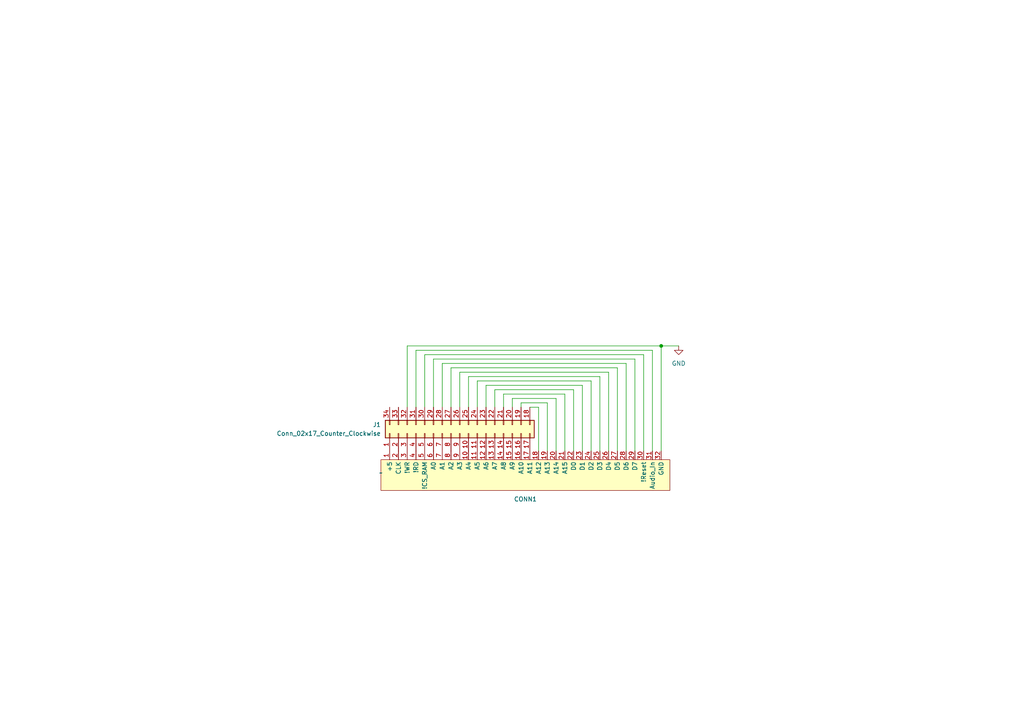
<source format=kicad_sch>
(kicad_sch (version 20230121) (generator eeschema)

  (uuid 314faa5e-e995-401d-bd0e-a3b7a005b770)

  (paper "A4")

  (lib_symbols
    (symbol "Connector_Generic:Conn_02x17_Counter_Clockwise" (pin_names (offset 1.016) hide) (in_bom yes) (on_board yes)
      (property "Reference" "J" (at 1.27 22.86 0)
        (effects (font (size 1.27 1.27)))
      )
      (property "Value" "Conn_02x17_Counter_Clockwise" (at 1.27 -22.86 0)
        (effects (font (size 1.27 1.27)))
      )
      (property "Footprint" "" (at 0 0 0)
        (effects (font (size 1.27 1.27)) hide)
      )
      (property "Datasheet" "~" (at 0 0 0)
        (effects (font (size 1.27 1.27)) hide)
      )
      (property "ki_keywords" "connector" (at 0 0 0)
        (effects (font (size 1.27 1.27)) hide)
      )
      (property "ki_description" "Generic connector, double row, 02x17, counter clockwise pin numbering scheme (similar to DIP package numbering), script generated (kicad-library-utils/schlib/autogen/connector/)" (at 0 0 0)
        (effects (font (size 1.27 1.27)) hide)
      )
      (property "ki_fp_filters" "Connector*:*_2x??_*" (at 0 0 0)
        (effects (font (size 1.27 1.27)) hide)
      )
      (symbol "Conn_02x17_Counter_Clockwise_1_1"
        (rectangle (start -1.27 -20.193) (end 0 -20.447)
          (stroke (width 0.1524) (type default))
          (fill (type none))
        )
        (rectangle (start -1.27 -17.653) (end 0 -17.907)
          (stroke (width 0.1524) (type default))
          (fill (type none))
        )
        (rectangle (start -1.27 -15.113) (end 0 -15.367)
          (stroke (width 0.1524) (type default))
          (fill (type none))
        )
        (rectangle (start -1.27 -12.573) (end 0 -12.827)
          (stroke (width 0.1524) (type default))
          (fill (type none))
        )
        (rectangle (start -1.27 -10.033) (end 0 -10.287)
          (stroke (width 0.1524) (type default))
          (fill (type none))
        )
        (rectangle (start -1.27 -7.493) (end 0 -7.747)
          (stroke (width 0.1524) (type default))
          (fill (type none))
        )
        (rectangle (start -1.27 -4.953) (end 0 -5.207)
          (stroke (width 0.1524) (type default))
          (fill (type none))
        )
        (rectangle (start -1.27 -2.413) (end 0 -2.667)
          (stroke (width 0.1524) (type default))
          (fill (type none))
        )
        (rectangle (start -1.27 0.127) (end 0 -0.127)
          (stroke (width 0.1524) (type default))
          (fill (type none))
        )
        (rectangle (start -1.27 2.667) (end 0 2.413)
          (stroke (width 0.1524) (type default))
          (fill (type none))
        )
        (rectangle (start -1.27 5.207) (end 0 4.953)
          (stroke (width 0.1524) (type default))
          (fill (type none))
        )
        (rectangle (start -1.27 7.747) (end 0 7.493)
          (stroke (width 0.1524) (type default))
          (fill (type none))
        )
        (rectangle (start -1.27 10.287) (end 0 10.033)
          (stroke (width 0.1524) (type default))
          (fill (type none))
        )
        (rectangle (start -1.27 12.827) (end 0 12.573)
          (stroke (width 0.1524) (type default))
          (fill (type none))
        )
        (rectangle (start -1.27 15.367) (end 0 15.113)
          (stroke (width 0.1524) (type default))
          (fill (type none))
        )
        (rectangle (start -1.27 17.907) (end 0 17.653)
          (stroke (width 0.1524) (type default))
          (fill (type none))
        )
        (rectangle (start -1.27 20.447) (end 0 20.193)
          (stroke (width 0.1524) (type default))
          (fill (type none))
        )
        (rectangle (start -1.27 21.59) (end 3.81 -21.59)
          (stroke (width 0.254) (type default))
          (fill (type background))
        )
        (rectangle (start 3.81 -20.193) (end 2.54 -20.447)
          (stroke (width 0.1524) (type default))
          (fill (type none))
        )
        (rectangle (start 3.81 -17.653) (end 2.54 -17.907)
          (stroke (width 0.1524) (type default))
          (fill (type none))
        )
        (rectangle (start 3.81 -15.113) (end 2.54 -15.367)
          (stroke (width 0.1524) (type default))
          (fill (type none))
        )
        (rectangle (start 3.81 -12.573) (end 2.54 -12.827)
          (stroke (width 0.1524) (type default))
          (fill (type none))
        )
        (rectangle (start 3.81 -10.033) (end 2.54 -10.287)
          (stroke (width 0.1524) (type default))
          (fill (type none))
        )
        (rectangle (start 3.81 -7.493) (end 2.54 -7.747)
          (stroke (width 0.1524) (type default))
          (fill (type none))
        )
        (rectangle (start 3.81 -4.953) (end 2.54 -5.207)
          (stroke (width 0.1524) (type default))
          (fill (type none))
        )
        (rectangle (start 3.81 -2.413) (end 2.54 -2.667)
          (stroke (width 0.1524) (type default))
          (fill (type none))
        )
        (rectangle (start 3.81 0.127) (end 2.54 -0.127)
          (stroke (width 0.1524) (type default))
          (fill (type none))
        )
        (rectangle (start 3.81 2.667) (end 2.54 2.413)
          (stroke (width 0.1524) (type default))
          (fill (type none))
        )
        (rectangle (start 3.81 5.207) (end 2.54 4.953)
          (stroke (width 0.1524) (type default))
          (fill (type none))
        )
        (rectangle (start 3.81 7.747) (end 2.54 7.493)
          (stroke (width 0.1524) (type default))
          (fill (type none))
        )
        (rectangle (start 3.81 10.287) (end 2.54 10.033)
          (stroke (width 0.1524) (type default))
          (fill (type none))
        )
        (rectangle (start 3.81 12.827) (end 2.54 12.573)
          (stroke (width 0.1524) (type default))
          (fill (type none))
        )
        (rectangle (start 3.81 15.367) (end 2.54 15.113)
          (stroke (width 0.1524) (type default))
          (fill (type none))
        )
        (rectangle (start 3.81 17.907) (end 2.54 17.653)
          (stroke (width 0.1524) (type default))
          (fill (type none))
        )
        (rectangle (start 3.81 20.447) (end 2.54 20.193)
          (stroke (width 0.1524) (type default))
          (fill (type none))
        )
        (pin passive line (at -5.08 20.32 0) (length 3.81)
          (name "Pin_1" (effects (font (size 1.27 1.27))))
          (number "1" (effects (font (size 1.27 1.27))))
        )
        (pin passive line (at -5.08 -2.54 0) (length 3.81)
          (name "Pin_10" (effects (font (size 1.27 1.27))))
          (number "10" (effects (font (size 1.27 1.27))))
        )
        (pin passive line (at -5.08 -5.08 0) (length 3.81)
          (name "Pin_11" (effects (font (size 1.27 1.27))))
          (number "11" (effects (font (size 1.27 1.27))))
        )
        (pin passive line (at -5.08 -7.62 0) (length 3.81)
          (name "Pin_12" (effects (font (size 1.27 1.27))))
          (number "12" (effects (font (size 1.27 1.27))))
        )
        (pin passive line (at -5.08 -10.16 0) (length 3.81)
          (name "Pin_13" (effects (font (size 1.27 1.27))))
          (number "13" (effects (font (size 1.27 1.27))))
        )
        (pin passive line (at -5.08 -12.7 0) (length 3.81)
          (name "Pin_14" (effects (font (size 1.27 1.27))))
          (number "14" (effects (font (size 1.27 1.27))))
        )
        (pin passive line (at -5.08 -15.24 0) (length 3.81)
          (name "Pin_15" (effects (font (size 1.27 1.27))))
          (number "15" (effects (font (size 1.27 1.27))))
        )
        (pin passive line (at -5.08 -17.78 0) (length 3.81)
          (name "Pin_16" (effects (font (size 1.27 1.27))))
          (number "16" (effects (font (size 1.27 1.27))))
        )
        (pin passive line (at -5.08 -20.32 0) (length 3.81)
          (name "Pin_17" (effects (font (size 1.27 1.27))))
          (number "17" (effects (font (size 1.27 1.27))))
        )
        (pin passive line (at 7.62 -20.32 180) (length 3.81)
          (name "Pin_18" (effects (font (size 1.27 1.27))))
          (number "18" (effects (font (size 1.27 1.27))))
        )
        (pin passive line (at 7.62 -17.78 180) (length 3.81)
          (name "Pin_19" (effects (font (size 1.27 1.27))))
          (number "19" (effects (font (size 1.27 1.27))))
        )
        (pin passive line (at -5.08 17.78 0) (length 3.81)
          (name "Pin_2" (effects (font (size 1.27 1.27))))
          (number "2" (effects (font (size 1.27 1.27))))
        )
        (pin passive line (at 7.62 -15.24 180) (length 3.81)
          (name "Pin_20" (effects (font (size 1.27 1.27))))
          (number "20" (effects (font (size 1.27 1.27))))
        )
        (pin passive line (at 7.62 -12.7 180) (length 3.81)
          (name "Pin_21" (effects (font (size 1.27 1.27))))
          (number "21" (effects (font (size 1.27 1.27))))
        )
        (pin passive line (at 7.62 -10.16 180) (length 3.81)
          (name "Pin_22" (effects (font (size 1.27 1.27))))
          (number "22" (effects (font (size 1.27 1.27))))
        )
        (pin passive line (at 7.62 -7.62 180) (length 3.81)
          (name "Pin_23" (effects (font (size 1.27 1.27))))
          (number "23" (effects (font (size 1.27 1.27))))
        )
        (pin passive line (at 7.62 -5.08 180) (length 3.81)
          (name "Pin_24" (effects (font (size 1.27 1.27))))
          (number "24" (effects (font (size 1.27 1.27))))
        )
        (pin passive line (at 7.62 -2.54 180) (length 3.81)
          (name "Pin_25" (effects (font (size 1.27 1.27))))
          (number "25" (effects (font (size 1.27 1.27))))
        )
        (pin passive line (at 7.62 0 180) (length 3.81)
          (name "Pin_26" (effects (font (size 1.27 1.27))))
          (number "26" (effects (font (size 1.27 1.27))))
        )
        (pin passive line (at 7.62 2.54 180) (length 3.81)
          (name "Pin_27" (effects (font (size 1.27 1.27))))
          (number "27" (effects (font (size 1.27 1.27))))
        )
        (pin passive line (at 7.62 5.08 180) (length 3.81)
          (name "Pin_28" (effects (font (size 1.27 1.27))))
          (number "28" (effects (font (size 1.27 1.27))))
        )
        (pin passive line (at 7.62 7.62 180) (length 3.81)
          (name "Pin_29" (effects (font (size 1.27 1.27))))
          (number "29" (effects (font (size 1.27 1.27))))
        )
        (pin passive line (at -5.08 15.24 0) (length 3.81)
          (name "Pin_3" (effects (font (size 1.27 1.27))))
          (number "3" (effects (font (size 1.27 1.27))))
        )
        (pin passive line (at 7.62 10.16 180) (length 3.81)
          (name "Pin_30" (effects (font (size 1.27 1.27))))
          (number "30" (effects (font (size 1.27 1.27))))
        )
        (pin passive line (at 7.62 12.7 180) (length 3.81)
          (name "Pin_31" (effects (font (size 1.27 1.27))))
          (number "31" (effects (font (size 1.27 1.27))))
        )
        (pin passive line (at 7.62 15.24 180) (length 3.81)
          (name "Pin_32" (effects (font (size 1.27 1.27))))
          (number "32" (effects (font (size 1.27 1.27))))
        )
        (pin passive line (at 7.62 17.78 180) (length 3.81)
          (name "Pin_33" (effects (font (size 1.27 1.27))))
          (number "33" (effects (font (size 1.27 1.27))))
        )
        (pin passive line (at 7.62 20.32 180) (length 3.81)
          (name "Pin_34" (effects (font (size 1.27 1.27))))
          (number "34" (effects (font (size 1.27 1.27))))
        )
        (pin passive line (at -5.08 12.7 0) (length 3.81)
          (name "Pin_4" (effects (font (size 1.27 1.27))))
          (number "4" (effects (font (size 1.27 1.27))))
        )
        (pin passive line (at -5.08 10.16 0) (length 3.81)
          (name "Pin_5" (effects (font (size 1.27 1.27))))
          (number "5" (effects (font (size 1.27 1.27))))
        )
        (pin passive line (at -5.08 7.62 0) (length 3.81)
          (name "Pin_6" (effects (font (size 1.27 1.27))))
          (number "6" (effects (font (size 1.27 1.27))))
        )
        (pin passive line (at -5.08 5.08 0) (length 3.81)
          (name "Pin_7" (effects (font (size 1.27 1.27))))
          (number "7" (effects (font (size 1.27 1.27))))
        )
        (pin passive line (at -5.08 2.54 0) (length 3.81)
          (name "Pin_8" (effects (font (size 1.27 1.27))))
          (number "8" (effects (font (size 1.27 1.27))))
        )
        (pin passive line (at -5.08 0 0) (length 3.81)
          (name "Pin_9" (effects (font (size 1.27 1.27))))
          (number "9" (effects (font (size 1.27 1.27))))
        )
      )
    )
    (symbol "DMGedgecon:DMG_edge_con" (in_bom yes) (on_board yes)
      (property "Reference" "CONN" (at 3.81 1.27 0)
        (effects (font (size 1.27 1.27)))
      )
      (property "Value" "" (at 0 5.08 0)
        (effects (font (size 1.27 1.27)))
      )
      (property "Footprint" "" (at 0 5.08 0)
        (effects (font (size 1.27 1.27)) hide)
      )
      (property "Datasheet" "" (at 0 5.08 0)
        (effects (font (size 1.27 1.27)) hide)
      )
      (symbol "DMG_edge_con_1_1"
        (rectangle (start 0 8.89) (end 83.82 0)
          (stroke (width 0) (type default))
          (fill (type background))
        )
        (pin output line (at 2.54 11.43 270) (length 2.54)
          (name "+5" (effects (font (size 1.27 1.27))))
          (number "1" (effects (font (size 1.27 1.27))))
        )
        (pin output line (at 25.4 11.43 270) (length 2.54)
          (name "A4" (effects (font (size 1.27 1.27))))
          (number "10" (effects (font (size 1.27 1.27))))
        )
        (pin output line (at 27.94 11.43 270) (length 2.54)
          (name "A5" (effects (font (size 1.27 1.27))))
          (number "11" (effects (font (size 1.27 1.27))))
        )
        (pin output line (at 30.48 11.43 270) (length 2.54)
          (name "A6" (effects (font (size 1.27 1.27))))
          (number "12" (effects (font (size 1.27 1.27))))
        )
        (pin output line (at 33.02 11.43 270) (length 2.54)
          (name "A7" (effects (font (size 1.27 1.27))))
          (number "13" (effects (font (size 1.27 1.27))))
        )
        (pin output line (at 35.56 11.43 270) (length 2.54)
          (name "A8" (effects (font (size 1.27 1.27))))
          (number "14" (effects (font (size 1.27 1.27))))
        )
        (pin output line (at 38.1 11.43 270) (length 2.54)
          (name "A9" (effects (font (size 1.27 1.27))))
          (number "15" (effects (font (size 1.27 1.27))))
        )
        (pin output line (at 40.64 11.43 270) (length 2.54)
          (name "A10" (effects (font (size 1.27 1.27))))
          (number "16" (effects (font (size 1.27 1.27))))
        )
        (pin output line (at 43.18 11.43 270) (length 2.54)
          (name "A11" (effects (font (size 1.27 1.27))))
          (number "17" (effects (font (size 1.27 1.27))))
        )
        (pin output line (at 45.72 11.43 270) (length 2.54)
          (name "A12" (effects (font (size 1.27 1.27))))
          (number "18" (effects (font (size 1.27 1.27))))
        )
        (pin output line (at 48.26 11.43 270) (length 2.54)
          (name "A13" (effects (font (size 1.27 1.27))))
          (number "19" (effects (font (size 1.27 1.27))))
        )
        (pin output line (at 5.08 11.43 270) (length 2.54)
          (name "CLK" (effects (font (size 1.27 1.27))))
          (number "2" (effects (font (size 1.27 1.27))))
        )
        (pin output line (at 50.8 11.43 270) (length 2.54)
          (name "A14" (effects (font (size 1.27 1.27))))
          (number "20" (effects (font (size 1.27 1.27))))
        )
        (pin output line (at 53.34 11.43 270) (length 2.54)
          (name "A15" (effects (font (size 1.27 1.27))))
          (number "21" (effects (font (size 1.27 1.27))))
        )
        (pin bidirectional line (at 55.88 11.43 270) (length 2.54)
          (name "D0" (effects (font (size 1.27 1.27))))
          (number "22" (effects (font (size 1.27 1.27))))
        )
        (pin bidirectional line (at 58.42 11.43 270) (length 2.54)
          (name "D1" (effects (font (size 1.27 1.27))))
          (number "23" (effects (font (size 1.27 1.27))))
        )
        (pin bidirectional line (at 60.96 11.43 270) (length 2.54)
          (name "D2" (effects (font (size 1.27 1.27))))
          (number "24" (effects (font (size 1.27 1.27))))
        )
        (pin bidirectional line (at 63.5 11.43 270) (length 2.54)
          (name "D3" (effects (font (size 1.27 1.27))))
          (number "25" (effects (font (size 1.27 1.27))))
        )
        (pin bidirectional line (at 66.04 11.43 270) (length 2.54)
          (name "D4" (effects (font (size 1.27 1.27))))
          (number "26" (effects (font (size 1.27 1.27))))
        )
        (pin bidirectional line (at 68.58 11.43 270) (length 2.54)
          (name "D5" (effects (font (size 1.27 1.27))))
          (number "27" (effects (font (size 1.27 1.27))))
        )
        (pin bidirectional line (at 71.12 11.43 270) (length 2.54)
          (name "D6" (effects (font (size 1.27 1.27))))
          (number "28" (effects (font (size 1.27 1.27))))
        )
        (pin bidirectional line (at 73.66 11.43 270) (length 2.54)
          (name "D7" (effects (font (size 1.27 1.27))))
          (number "29" (effects (font (size 1.27 1.27))))
        )
        (pin output line (at 7.62 11.43 270) (length 2.54)
          (name "!WR" (effects (font (size 1.27 1.27))))
          (number "3" (effects (font (size 1.27 1.27))))
        )
        (pin input line (at 76.2 11.43 270) (length 2.54)
          (name "!Reset" (effects (font (size 1.27 1.27))))
          (number "30" (effects (font (size 1.27 1.27))))
        )
        (pin input line (at 78.74 11.43 270) (length 2.54)
          (name "Audio_In" (effects (font (size 1.27 1.27))))
          (number "31" (effects (font (size 1.27 1.27))))
        )
        (pin output line (at 81.28 11.43 270) (length 2.54)
          (name "GND" (effects (font (size 1.27 1.27))))
          (number "32" (effects (font (size 1.27 1.27))))
        )
        (pin output line (at 10.16 11.43 270) (length 2.54)
          (name "!RD" (effects (font (size 1.27 1.27))))
          (number "4" (effects (font (size 1.27 1.27))))
        )
        (pin output line (at 12.7 11.43 270) (length 2.54)
          (name "!CS_RAM" (effects (font (size 1.27 1.27))))
          (number "5" (effects (font (size 1.27 1.27))))
        )
        (pin output line (at 15.24 11.43 270) (length 2.54)
          (name "A0" (effects (font (size 1.27 1.27))))
          (number "6" (effects (font (size 1.27 1.27))))
        )
        (pin output line (at 17.78 11.43 270) (length 2.54)
          (name "A1" (effects (font (size 1.27 1.27))))
          (number "7" (effects (font (size 1.27 1.27))))
        )
        (pin output line (at 20.32 11.43 270) (length 2.54)
          (name "A2" (effects (font (size 1.27 1.27))))
          (number "8" (effects (font (size 1.27 1.27))))
        )
        (pin output line (at 22.86 11.43 270) (length 2.54)
          (name "A3" (effects (font (size 1.27 1.27))))
          (number "9" (effects (font (size 1.27 1.27))))
        )
      )
    )
    (symbol "power:GND" (power) (pin_names (offset 0)) (in_bom yes) (on_board yes)
      (property "Reference" "#PWR" (at 0 -6.35 0)
        (effects (font (size 1.27 1.27)) hide)
      )
      (property "Value" "GND" (at 0 -3.81 0)
        (effects (font (size 1.27 1.27)))
      )
      (property "Footprint" "" (at 0 0 0)
        (effects (font (size 1.27 1.27)) hide)
      )
      (property "Datasheet" "" (at 0 0 0)
        (effects (font (size 1.27 1.27)) hide)
      )
      (property "ki_keywords" "global power" (at 0 0 0)
        (effects (font (size 1.27 1.27)) hide)
      )
      (property "ki_description" "Power symbol creates a global label with name \"GND\" , ground" (at 0 0 0)
        (effects (font (size 1.27 1.27)) hide)
      )
      (symbol "GND_0_1"
        (polyline
          (pts
            (xy 0 0)
            (xy 0 -1.27)
            (xy 1.27 -1.27)
            (xy 0 -2.54)
            (xy -1.27 -1.27)
            (xy 0 -1.27)
          )
          (stroke (width 0) (type default))
          (fill (type none))
        )
      )
      (symbol "GND_1_1"
        (pin power_in line (at 0 0 270) (length 0) hide
          (name "GND" (effects (font (size 1.27 1.27))))
          (number "1" (effects (font (size 1.27 1.27))))
        )
      )
    )
  )

  (junction (at 191.77 100.33) (diameter 0) (color 0 0 0 0)
    (uuid d4f473b6-13dd-490c-bb7a-a2f3372f816d)
  )

  (wire (pts (xy 120.65 101.6) (xy 120.65 118.11))
    (stroke (width 0) (type default))
    (uuid 01a1785c-6114-48f1-8879-46ead94bd48a)
  )
  (wire (pts (xy 156.21 130.81) (xy 156.21 118.11))
    (stroke (width 0) (type default))
    (uuid 052e3aaa-60be-44cb-8e24-005b21a5233b)
  )
  (wire (pts (xy 133.35 107.95) (xy 176.53 107.95))
    (stroke (width 0) (type default))
    (uuid 0fbda07c-2e35-4f1f-af5c-658785ffc71c)
  )
  (wire (pts (xy 189.23 101.6) (xy 120.65 101.6))
    (stroke (width 0) (type default))
    (uuid 1c78ea27-c284-4d56-bd99-c61a7f8b5d09)
  )
  (wire (pts (xy 140.97 118.11) (xy 140.97 111.76))
    (stroke (width 0) (type default))
    (uuid 204fc4cf-2748-4499-8bcd-a5f30a0b261b)
  )
  (wire (pts (xy 146.05 114.3) (xy 163.83 114.3))
    (stroke (width 0) (type default))
    (uuid 232d19bb-cb8a-4c56-84da-9824c4f0f3de)
  )
  (wire (pts (xy 163.83 114.3) (xy 163.83 130.81))
    (stroke (width 0) (type default))
    (uuid 24ba4274-5621-4c20-bc42-e79d707d3577)
  )
  (wire (pts (xy 184.15 104.14) (xy 125.73 104.14))
    (stroke (width 0) (type default))
    (uuid 25303cdb-e1a3-44b6-91bc-4faeff732eca)
  )
  (wire (pts (xy 158.75 116.84) (xy 158.75 130.81))
    (stroke (width 0) (type default))
    (uuid 27c72bd0-9dce-4245-b283-8a65c29a9edb)
  )
  (wire (pts (xy 173.99 109.22) (xy 173.99 130.81))
    (stroke (width 0) (type default))
    (uuid 393a801a-7d40-4ecc-b2f2-25c36865af5c)
  )
  (wire (pts (xy 156.21 118.11) (xy 153.67 118.11))
    (stroke (width 0) (type default))
    (uuid 3dd31428-64ad-483d-ad46-63fa4b69b58d)
  )
  (wire (pts (xy 123.19 118.11) (xy 123.19 102.87))
    (stroke (width 0) (type default))
    (uuid 55eafd9e-9a2b-4d56-85e0-dfbf6156d219)
  )
  (wire (pts (xy 130.81 118.11) (xy 130.81 106.68))
    (stroke (width 0) (type default))
    (uuid 56434969-de34-4fe5-b5fe-746d3d529df5)
  )
  (wire (pts (xy 189.23 130.81) (xy 189.23 101.6))
    (stroke (width 0) (type default))
    (uuid 59146011-02f4-4092-8837-5f46ae817b10)
  )
  (wire (pts (xy 128.27 118.11) (xy 128.27 105.41))
    (stroke (width 0) (type default))
    (uuid 61b162d1-6b16-4c23-a756-885be2f88fb0)
  )
  (wire (pts (xy 191.77 100.33) (xy 196.85 100.33))
    (stroke (width 0) (type default))
    (uuid 62ad6cfa-33b9-46af-a5c1-48c65b53eb62)
  )
  (wire (pts (xy 191.77 100.33) (xy 191.77 130.81))
    (stroke (width 0) (type default))
    (uuid 74d3e195-e3bb-4f84-813e-abddc80a0358)
  )
  (wire (pts (xy 171.45 130.81) (xy 171.45 110.49))
    (stroke (width 0) (type default))
    (uuid 77202434-0ac8-466b-8fec-06c42198eec3)
  )
  (wire (pts (xy 118.11 118.11) (xy 118.11 100.33))
    (stroke (width 0) (type default))
    (uuid 7fe69bfd-5a2e-4bc3-b25c-999fdf00adaa)
  )
  (wire (pts (xy 171.45 110.49) (xy 138.43 110.49))
    (stroke (width 0) (type default))
    (uuid 80aeb59a-f238-4245-86a4-752142cc870a)
  )
  (wire (pts (xy 135.89 109.22) (xy 173.99 109.22))
    (stroke (width 0) (type default))
    (uuid 852445b5-94fb-4754-aae0-8f1f98b2bdb9)
  )
  (wire (pts (xy 186.69 102.87) (xy 186.69 130.81))
    (stroke (width 0) (type default))
    (uuid 8ac738b6-214a-42d0-9464-2fbd191ccc3b)
  )
  (wire (pts (xy 138.43 110.49) (xy 138.43 118.11))
    (stroke (width 0) (type default))
    (uuid 8e201242-da3d-43b6-b970-2352f3d9c827)
  )
  (wire (pts (xy 123.19 102.87) (xy 186.69 102.87))
    (stroke (width 0) (type default))
    (uuid 902441e2-ff1b-4efd-a72d-e9b203bcfc05)
  )
  (wire (pts (xy 146.05 118.11) (xy 146.05 114.3))
    (stroke (width 0) (type default))
    (uuid 9d9d0d51-778c-405a-9015-954f85be0df9)
  )
  (wire (pts (xy 133.35 118.11) (xy 133.35 107.95))
    (stroke (width 0) (type default))
    (uuid 9fd99f5d-1108-4768-9100-d47106bc3091)
  )
  (wire (pts (xy 166.37 113.03) (xy 143.51 113.03))
    (stroke (width 0) (type default))
    (uuid a11d5075-32e8-4cdf-a5cb-1809042c73d5)
  )
  (wire (pts (xy 135.89 118.11) (xy 135.89 109.22))
    (stroke (width 0) (type default))
    (uuid b6f9298d-7adf-421b-aa14-841810c3bfbb)
  )
  (wire (pts (xy 176.53 107.95) (xy 176.53 130.81))
    (stroke (width 0) (type default))
    (uuid b9c6b07e-2b5e-4967-996e-cbb107e0e906)
  )
  (wire (pts (xy 140.97 111.76) (xy 168.91 111.76))
    (stroke (width 0) (type default))
    (uuid bc5bc616-e09f-4210-857a-10a874424bf7)
  )
  (wire (pts (xy 148.59 118.11) (xy 148.59 115.57))
    (stroke (width 0) (type default))
    (uuid c25b27ab-cf4c-4c38-ad1c-2d872a3ea3bc)
  )
  (wire (pts (xy 128.27 105.41) (xy 181.61 105.41))
    (stroke (width 0) (type default))
    (uuid c4a20da6-31e4-4b3b-99a0-3bc13bef2867)
  )
  (wire (pts (xy 118.11 100.33) (xy 191.77 100.33))
    (stroke (width 0) (type default))
    (uuid c5d288d4-8928-4028-96b3-9d613d8cde9b)
  )
  (wire (pts (xy 125.73 104.14) (xy 125.73 118.11))
    (stroke (width 0) (type default))
    (uuid c88c5214-62b2-4744-9668-65dfef7d19e7)
  )
  (wire (pts (xy 179.07 106.68) (xy 179.07 130.81))
    (stroke (width 0) (type default))
    (uuid d2b891fd-67c0-480a-8ae0-86042f8173b3)
  )
  (wire (pts (xy 148.59 115.57) (xy 161.29 115.57))
    (stroke (width 0) (type default))
    (uuid d3576f4a-4570-4446-bd72-a0aa86607fa2)
  )
  (wire (pts (xy 161.29 115.57) (xy 161.29 130.81))
    (stroke (width 0) (type default))
    (uuid d567aca7-068f-47a6-a328-ce1a5cab82c9)
  )
  (wire (pts (xy 130.81 106.68) (xy 179.07 106.68))
    (stroke (width 0) (type default))
    (uuid d5c58c2e-345a-44b8-9ebc-5864b3ad6c9c)
  )
  (wire (pts (xy 166.37 130.81) (xy 166.37 113.03))
    (stroke (width 0) (type default))
    (uuid d60cd279-67d1-49f6-bb26-590a4551f4f2)
  )
  (wire (pts (xy 143.51 113.03) (xy 143.51 118.11))
    (stroke (width 0) (type default))
    (uuid d9fc6a74-cf64-425c-8fdb-31f7d3a168d0)
  )
  (wire (pts (xy 151.13 118.11) (xy 151.13 116.84))
    (stroke (width 0) (type default))
    (uuid e2744e91-a197-415a-8c48-9a145ed01e03)
  )
  (wire (pts (xy 181.61 105.41) (xy 181.61 130.81))
    (stroke (width 0) (type default))
    (uuid ede5667a-7c10-400a-b3ef-2f97a95446b4)
  )
  (wire (pts (xy 151.13 116.84) (xy 158.75 116.84))
    (stroke (width 0) (type default))
    (uuid f5f491e7-8c2d-4625-9198-024a5269a30d)
  )
  (wire (pts (xy 184.15 130.81) (xy 184.15 104.14))
    (stroke (width 0) (type default))
    (uuid f7c2c747-3112-43bf-9cc4-c3b5522da0e4)
  )
  (wire (pts (xy 168.91 111.76) (xy 168.91 130.81))
    (stroke (width 0) (type default))
    (uuid fbab9ad8-d33f-45f4-bd2f-f071beb65d96)
  )

  (symbol (lib_id "power:GND") (at 196.85 100.33 0) (unit 1)
    (in_bom yes) (on_board yes) (dnp no) (fields_autoplaced)
    (uuid 40c9c026-90c2-4f93-9e8a-c00c3f6ae9be)
    (property "Reference" "#PWR01" (at 196.85 106.68 0)
      (effects (font (size 1.27 1.27)) hide)
    )
    (property "Value" "GND" (at 196.85 105.41 0)
      (effects (font (size 1.27 1.27)))
    )
    (property "Footprint" "" (at 196.85 100.33 0)
      (effects (font (size 1.27 1.27)) hide)
    )
    (property "Datasheet" "" (at 196.85 100.33 0)
      (effects (font (size 1.27 1.27)) hide)
    )
    (pin "1" (uuid 92c4230a-bde5-4296-b0e6-9fb3362f0ddf))
    (instances
      (project "DMG Cart Breakout"
        (path "/314faa5e-e995-401d-bd0e-a3b7a005b770"
          (reference "#PWR01") (unit 1)
        )
      )
    )
  )

  (symbol (lib_id "Connector_Generic:Conn_02x17_Counter_Clockwise") (at 133.35 125.73 90) (unit 1)
    (in_bom yes) (on_board yes) (dnp no) (fields_autoplaced)
    (uuid 53e742bd-056f-4813-94d3-3455486ca6d0)
    (property "Reference" "J1" (at 110.49 123.19 90)
      (effects (font (size 1.27 1.27)) (justify left))
    )
    (property "Value" "Conn_02x17_Counter_Clockwise" (at 110.49 125.73 90)
      (effects (font (size 1.27 1.27)) (justify left))
    )
    (property "Footprint" "Connector_PinHeader_2.54mm:PinHeader_2x17_P2.54mm_Vertical" (at 133.35 125.73 0)
      (effects (font (size 1.27 1.27)) hide)
    )
    (property "Datasheet" "~" (at 133.35 125.73 0)
      (effects (font (size 1.27 1.27)) hide)
    )
    (pin "32" (uuid b277ff8f-0071-4eb7-9614-61a6846b39b0))
    (pin "6" (uuid cd6be0f4-24a4-48fd-b902-fa52c46daa7e))
    (pin "19" (uuid 76226ab7-a5c7-4aee-96ce-9bf264296644))
    (pin "31" (uuid efff622a-bbac-4623-8e5d-2e6bf291b11e))
    (pin "34" (uuid b2dcfd09-82c6-42c5-a9d5-25c2989f74e0))
    (pin "17" (uuid 352d48f7-c611-452b-9f8d-fdbea3f428b3))
    (pin "25" (uuid 13a6212a-aaaf-4735-9f3c-ecb4790721fe))
    (pin "23" (uuid 11459deb-0105-4b97-b72f-325cf5a61fa3))
    (pin "15" (uuid 58a66c7c-379a-4e77-b5fe-f1fe6431a361))
    (pin "18" (uuid d534eb8f-5640-422e-9d85-89dbbd821e90))
    (pin "24" (uuid e99ccb8e-783e-4980-96f0-a22cda1bdccc))
    (pin "4" (uuid 8e623072-32c4-4fdd-be88-3c5e773cda25))
    (pin "16" (uuid ae825fa7-84a2-4017-9ede-c76ed1bafc1d))
    (pin "22" (uuid 9a85aff5-a4cb-4f22-a10b-c0a6c608c7e2))
    (pin "30" (uuid e25cd6fe-eeaf-4216-9a95-b5b6edb825f7))
    (pin "27" (uuid 85a95bcf-74b4-4272-825a-2b269149c262))
    (pin "11" (uuid 75c032a5-33c7-4837-9f2b-3f9926580bba))
    (pin "20" (uuid bd49f34e-ee17-44a9-86a3-64d0edfcab7f))
    (pin "26" (uuid 54c53457-fedc-42ff-9e43-99031b8c7718))
    (pin "9" (uuid 99da552f-706d-4509-94d8-a3de1b4c9b69))
    (pin "3" (uuid 0dcffd89-2ddb-4352-92f8-df4982b91c23))
    (pin "2" (uuid 0b1c20b6-1199-4326-a120-a1b30bfcfc89))
    (pin "29" (uuid e058b5cf-5490-477f-a400-b677d0a9c3f8))
    (pin "21" (uuid 0a633ff6-e14b-45ec-87c9-7039ff492f12))
    (pin "1" (uuid ebc2a698-143d-41e5-8f8c-533c55fff5c4))
    (pin "7" (uuid c0b6a926-8fc4-4e52-a58a-5ccbb9ae9dea))
    (pin "33" (uuid ce73bf54-b877-42ec-90e4-b5b16ad427a2))
    (pin "28" (uuid 0e61afd6-727f-4cc9-8a9a-fb445d18d1c0))
    (pin "8" (uuid cc3aaab3-a670-4f8f-b04d-87a3b968f54f))
    (pin "5" (uuid ae221023-5d7c-4aab-8e1b-426d29bc690a))
    (pin "14" (uuid 9e0c134e-06ae-4bf2-abc7-4b401b966609))
    (pin "10" (uuid e99b8650-f3d7-4f98-9976-864426b79d5a))
    (pin "13" (uuid 145049fa-bab5-40c3-b5fb-073866f5ec98))
    (pin "12" (uuid a7979f68-6ef2-419f-a878-7edead0a3e24))
    (instances
      (project "DMG Cart Breakout"
        (path "/314faa5e-e995-401d-bd0e-a3b7a005b770"
          (reference "J1") (unit 1)
        )
      )
    )
  )

  (symbol (lib_id "DMGedgecon:DMG_edge_con") (at 110.49 142.24 0) (unit 1)
    (in_bom yes) (on_board yes) (dnp no) (fields_autoplaced)
    (uuid b990f842-4c79-4334-a2be-6374c2feaef7)
    (property "Reference" "CONN1" (at 152.4 144.78 0)
      (effects (font (size 1.27 1.27)))
    )
    (property "Value" "~" (at 110.49 137.16 0)
      (effects (font (size 1.27 1.27)))
    )
    (property "Footprint" "Card Edge Connectors:DMG_Cart" (at 110.49 137.16 0)
      (effects (font (size 1.27 1.27)) hide)
    )
    (property "Datasheet" "" (at 110.49 137.16 0)
      (effects (font (size 1.27 1.27)) hide)
    )
    (pin "13" (uuid 7607d261-6638-4699-a63f-bf539c5f1cab))
    (pin "12" (uuid f6df2a12-1f4c-40e6-bea9-f3b830ed2a8c))
    (pin "18" (uuid 6dd8ac0a-325d-4564-a1d5-817720a04a86))
    (pin "30" (uuid dd294d95-1fa3-4f90-a3d7-2647c06f7887))
    (pin "22" (uuid 54168cbb-1613-4c6d-a825-326e31ad3aff))
    (pin "31" (uuid 9c666cc4-d351-4bb4-a14b-585cc88dca42))
    (pin "4" (uuid 84c6aef1-3bdd-4f49-972a-e10e16f2e664))
    (pin "27" (uuid abec28cd-ff26-4ca5-842d-aa765b32bf0f))
    (pin "14" (uuid a47291b3-4177-407a-ba49-52700115a1d8))
    (pin "15" (uuid 538df599-ac78-4e0b-aa3b-6461e2e7a276))
    (pin "2" (uuid c62cf283-3bfc-4f5b-b66f-30da11e2d406))
    (pin "20" (uuid 3817ac5e-4fd4-484d-8379-aa26a4c22ae3))
    (pin "32" (uuid 6efc6487-8c33-455f-99d8-bbf0f2d8b778))
    (pin "11" (uuid c4c5d436-a03a-41ad-8feb-8dd2d828b928))
    (pin "24" (uuid ddc459a4-866a-42a3-bde0-f388d0bd3a96))
    (pin "7" (uuid f440caa2-5a88-4809-8c9e-90b5b4e267a9))
    (pin "28" (uuid edf03412-0224-4014-8a9d-5e191fb73dab))
    (pin "29" (uuid f7c456d1-97f3-4a4c-a557-20284806d42d))
    (pin "5" (uuid 0ca8735a-cb6d-4129-9b2b-2b32e25abf0d))
    (pin "16" (uuid 766f5f53-f913-45ca-b3de-4fa7ec36e556))
    (pin "25" (uuid b44ddd07-7097-49f4-ac88-2a228d5ee4f0))
    (pin "17" (uuid 33c06955-128c-4d1b-b0ba-d6b9b5e8f5b9))
    (pin "26" (uuid 2bff7e1b-4ab7-4e2f-a2bc-9db693d9d3e7))
    (pin "3" (uuid 36e3a2ab-ed81-4375-8028-f1026b6b5472))
    (pin "8" (uuid e2cac190-2e25-483c-abd6-8b13cf94350d))
    (pin "19" (uuid e1418d1a-7dce-46d4-97f2-483b1539a309))
    (pin "10" (uuid 8f6c7251-f31a-42a6-87b1-86a926c22cb1))
    (pin "23" (uuid b24edb8b-fd83-436b-8fbb-fb77330b6c3e))
    (pin "6" (uuid 07e9799a-6e32-4553-a16a-880715d91c97))
    (pin "9" (uuid 4413b700-0b79-41da-9e22-0a562c019ba2))
    (pin "1" (uuid e3556612-8a76-4659-ad37-92d359b40c00))
    (pin "21" (uuid 3ddb0aa5-6a4f-4dcf-940b-37d080cedcf7))
    (instances
      (project "DMG Cart Breakout"
        (path "/314faa5e-e995-401d-bd0e-a3b7a005b770"
          (reference "CONN1") (unit 1)
        )
      )
    )
  )

  (sheet_instances
    (path "/" (page "1"))
  )
)

</source>
